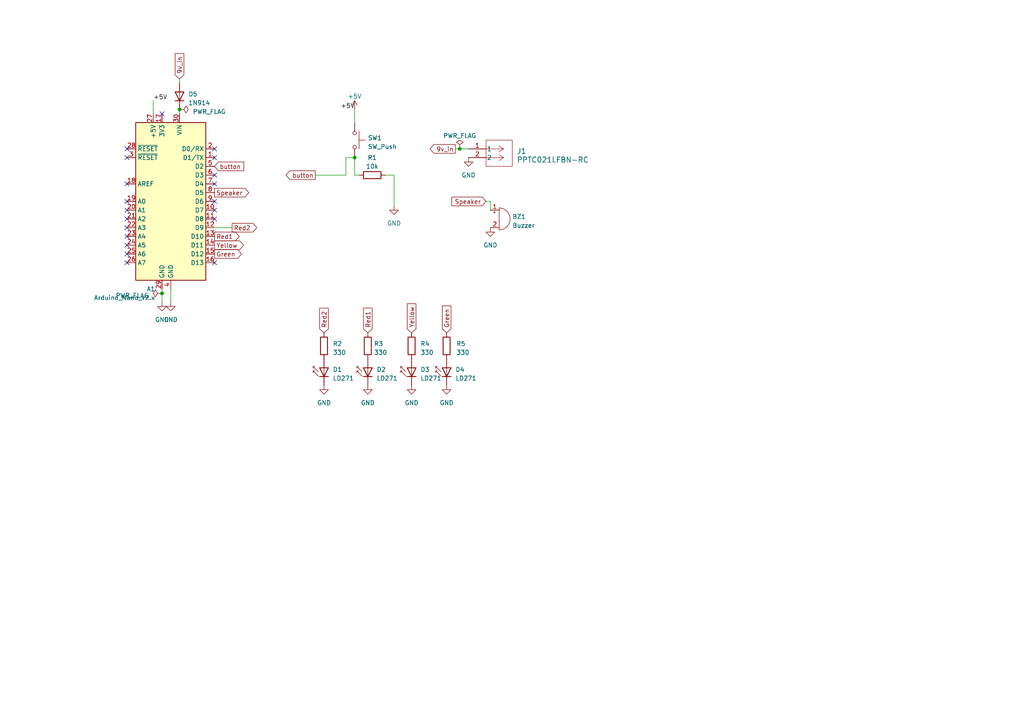
<source format=kicad_sch>
(kicad_sch (version 20230121) (generator eeschema)

  (uuid 6de4dcc6-2c31-4ac3-b0bc-983c10545eac)

  (paper "A4")

  (lib_symbols
    (symbol "Device:Buzzer" (pin_names (offset 0.0254) hide) (in_bom yes) (on_board yes)
      (property "Reference" "BZ" (at 3.81 1.27 0)
        (effects (font (size 1.27 1.27)) (justify left))
      )
      (property "Value" "Buzzer" (at 3.81 -1.27 0)
        (effects (font (size 1.27 1.27)) (justify left))
      )
      (property "Footprint" "" (at -0.635 2.54 90)
        (effects (font (size 1.27 1.27)) hide)
      )
      (property "Datasheet" "~" (at -0.635 2.54 90)
        (effects (font (size 1.27 1.27)) hide)
      )
      (property "ki_keywords" "quartz resonator ceramic" (at 0 0 0)
        (effects (font (size 1.27 1.27)) hide)
      )
      (property "ki_description" "Buzzer, polarized" (at 0 0 0)
        (effects (font (size 1.27 1.27)) hide)
      )
      (property "ki_fp_filters" "*Buzzer*" (at 0 0 0)
        (effects (font (size 1.27 1.27)) hide)
      )
      (symbol "Buzzer_0_1"
        (arc (start 0 -3.175) (mid 3.1612 0) (end 0 3.175)
          (stroke (width 0) (type default))
          (fill (type none))
        )
        (polyline
          (pts
            (xy -1.651 1.905)
            (xy -1.143 1.905)
          )
          (stroke (width 0) (type default))
          (fill (type none))
        )
        (polyline
          (pts
            (xy -1.397 2.159)
            (xy -1.397 1.651)
          )
          (stroke (width 0) (type default))
          (fill (type none))
        )
        (polyline
          (pts
            (xy 0 3.175)
            (xy 0 -3.175)
          )
          (stroke (width 0) (type default))
          (fill (type none))
        )
      )
      (symbol "Buzzer_1_1"
        (pin passive line (at -2.54 2.54 0) (length 2.54)
          (name "-" (effects (font (size 1.27 1.27))))
          (number "1" (effects (font (size 1.27 1.27))))
        )
        (pin passive line (at -2.54 -2.54 0) (length 2.54)
          (name "+" (effects (font (size 1.27 1.27))))
          (number "2" (effects (font (size 1.27 1.27))))
        )
      )
    )
    (symbol "Device:R" (pin_numbers hide) (pin_names (offset 0)) (in_bom yes) (on_board yes)
      (property "Reference" "R" (at 2.032 0 90)
        (effects (font (size 1.27 1.27)))
      )
      (property "Value" "R" (at 0 0 90)
        (effects (font (size 1.27 1.27)))
      )
      (property "Footprint" "" (at -1.778 0 90)
        (effects (font (size 1.27 1.27)) hide)
      )
      (property "Datasheet" "~" (at 0 0 0)
        (effects (font (size 1.27 1.27)) hide)
      )
      (property "ki_keywords" "R res resistor" (at 0 0 0)
        (effects (font (size 1.27 1.27)) hide)
      )
      (property "ki_description" "Resistor" (at 0 0 0)
        (effects (font (size 1.27 1.27)) hide)
      )
      (property "ki_fp_filters" "R_*" (at 0 0 0)
        (effects (font (size 1.27 1.27)) hide)
      )
      (symbol "R_0_1"
        (rectangle (start -1.016 -2.54) (end 1.016 2.54)
          (stroke (width 0.254) (type default))
          (fill (type none))
        )
      )
      (symbol "R_1_1"
        (pin passive line (at 0 3.81 270) (length 1.27)
          (name "~" (effects (font (size 1.27 1.27))))
          (number "1" (effects (font (size 1.27 1.27))))
        )
        (pin passive line (at 0 -3.81 90) (length 1.27)
          (name "~" (effects (font (size 1.27 1.27))))
          (number "2" (effects (font (size 1.27 1.27))))
        )
      )
    )
    (symbol "Diode:1N914" (pin_numbers hide) (pin_names hide) (in_bom yes) (on_board yes)
      (property "Reference" "D" (at 0 2.54 0)
        (effects (font (size 1.27 1.27)))
      )
      (property "Value" "1N914" (at 0 -2.54 0)
        (effects (font (size 1.27 1.27)))
      )
      (property "Footprint" "Diode_THT:D_DO-35_SOD27_P7.62mm_Horizontal" (at 0 -4.445 0)
        (effects (font (size 1.27 1.27)) hide)
      )
      (property "Datasheet" "http://www.vishay.com/docs/85622/1n914.pdf" (at 0 0 0)
        (effects (font (size 1.27 1.27)) hide)
      )
      (property "Sim.Device" "D" (at 0 0 0)
        (effects (font (size 1.27 1.27)) hide)
      )
      (property "Sim.Pins" "1=K 2=A" (at 0 0 0)
        (effects (font (size 1.27 1.27)) hide)
      )
      (property "ki_keywords" "diode" (at 0 0 0)
        (effects (font (size 1.27 1.27)) hide)
      )
      (property "ki_description" "100V 0.3A Small Signal Fast Switching Diode, DO-35" (at 0 0 0)
        (effects (font (size 1.27 1.27)) hide)
      )
      (property "ki_fp_filters" "D*DO?35*" (at 0 0 0)
        (effects (font (size 1.27 1.27)) hide)
      )
      (symbol "1N914_0_1"
        (polyline
          (pts
            (xy -1.27 1.27)
            (xy -1.27 -1.27)
          )
          (stroke (width 0.254) (type default))
          (fill (type none))
        )
        (polyline
          (pts
            (xy 1.27 0)
            (xy -1.27 0)
          )
          (stroke (width 0) (type default))
          (fill (type none))
        )
        (polyline
          (pts
            (xy 1.27 1.27)
            (xy 1.27 -1.27)
            (xy -1.27 0)
            (xy 1.27 1.27)
          )
          (stroke (width 0.254) (type default))
          (fill (type none))
        )
      )
      (symbol "1N914_1_1"
        (pin passive line (at -3.81 0 0) (length 2.54)
          (name "K" (effects (font (size 1.27 1.27))))
          (number "1" (effects (font (size 1.27 1.27))))
        )
        (pin passive line (at 3.81 0 180) (length 2.54)
          (name "A" (effects (font (size 1.27 1.27))))
          (number "2" (effects (font (size 1.27 1.27))))
        )
      )
    )
    (symbol "LED:LD271" (pin_numbers hide) (pin_names (offset 1.016) hide) (in_bom yes) (on_board yes)
      (property "Reference" "D" (at 0.508 1.778 0)
        (effects (font (size 1.27 1.27)) (justify left))
      )
      (property "Value" "LD271" (at -1.016 -2.794 0)
        (effects (font (size 1.27 1.27)))
      )
      (property "Footprint" "LED_THT:LED_D5.0mm_IRGrey" (at 0 4.445 0)
        (effects (font (size 1.27 1.27)) hide)
      )
      (property "Datasheet" "http://www.alliedelec.com/m/d/40788c34903a719969df15f1fbea1056.pdf" (at -1.27 0 0)
        (effects (font (size 1.27 1.27)) hide)
      )
      (property "ki_keywords" "IR LED" (at 0 0 0)
        (effects (font (size 1.27 1.27)) hide)
      )
      (property "ki_description" "940nm IR-LED, 5mm" (at 0 0 0)
        (effects (font (size 1.27 1.27)) hide)
      )
      (property "ki_fp_filters" "LED*5.0mm*IRGrey*" (at 0 0 0)
        (effects (font (size 1.27 1.27)) hide)
      )
      (symbol "LD271_0_1"
        (polyline
          (pts
            (xy -2.54 1.27)
            (xy -2.54 -1.27)
          )
          (stroke (width 0.254) (type default))
          (fill (type none))
        )
        (polyline
          (pts
            (xy 0 0)
            (xy -2.54 0)
          )
          (stroke (width 0) (type default))
          (fill (type none))
        )
        (polyline
          (pts
            (xy 0.381 3.175)
            (xy -0.127 3.175)
          )
          (stroke (width 0) (type default))
          (fill (type none))
        )
        (polyline
          (pts
            (xy -1.143 1.651)
            (xy 0.381 3.175)
            (xy 0.381 2.667)
          )
          (stroke (width 0) (type default))
          (fill (type none))
        )
        (polyline
          (pts
            (xy 0 -1.27)
            (xy -2.54 0)
            (xy 0 1.27)
            (xy 0 -1.27)
          )
          (stroke (width 0.254) (type default))
          (fill (type none))
        )
        (polyline
          (pts
            (xy -2.413 1.651)
            (xy -0.889 3.175)
            (xy -0.889 2.667)
            (xy -0.889 3.175)
            (xy -1.397 3.175)
          )
          (stroke (width 0) (type default))
          (fill (type none))
        )
      )
      (symbol "LD271_1_1"
        (pin passive line (at -5.08 0 0) (length 2.54)
          (name "K" (effects (font (size 1.27 1.27))))
          (number "1" (effects (font (size 1.27 1.27))))
        )
        (pin passive line (at 2.54 0 180) (length 2.54)
          (name "A" (effects (font (size 1.27 1.27))))
          (number "2" (effects (font (size 1.27 1.27))))
        )
      )
    )
    (symbol "MCU_Module:Arduino_Nano_v2.x" (in_bom yes) (on_board yes)
      (property "Reference" "A" (at -10.16 23.495 0)
        (effects (font (size 1.27 1.27)) (justify left bottom))
      )
      (property "Value" "Arduino_Nano_v2.x" (at 5.08 -24.13 0)
        (effects (font (size 1.27 1.27)) (justify left top))
      )
      (property "Footprint" "Module:Arduino_Nano" (at 0 0 0)
        (effects (font (size 1.27 1.27) italic) hide)
      )
      (property "Datasheet" "https://www.arduino.cc/en/uploads/Main/ArduinoNanoManual23.pdf" (at 0 0 0)
        (effects (font (size 1.27 1.27)) hide)
      )
      (property "ki_keywords" "Arduino nano microcontroller module USB" (at 0 0 0)
        (effects (font (size 1.27 1.27)) hide)
      )
      (property "ki_description" "Arduino Nano v2.x" (at 0 0 0)
        (effects (font (size 1.27 1.27)) hide)
      )
      (property "ki_fp_filters" "Arduino*Nano*" (at 0 0 0)
        (effects (font (size 1.27 1.27)) hide)
      )
      (symbol "Arduino_Nano_v2.x_0_1"
        (rectangle (start -10.16 22.86) (end 10.16 -22.86)
          (stroke (width 0.254) (type default))
          (fill (type background))
        )
      )
      (symbol "Arduino_Nano_v2.x_1_1"
        (pin bidirectional line (at -12.7 12.7 0) (length 2.54)
          (name "D1/TX" (effects (font (size 1.27 1.27))))
          (number "1" (effects (font (size 1.27 1.27))))
        )
        (pin bidirectional line (at -12.7 -2.54 0) (length 2.54)
          (name "D7" (effects (font (size 1.27 1.27))))
          (number "10" (effects (font (size 1.27 1.27))))
        )
        (pin bidirectional line (at -12.7 -5.08 0) (length 2.54)
          (name "D8" (effects (font (size 1.27 1.27))))
          (number "11" (effects (font (size 1.27 1.27))))
        )
        (pin bidirectional line (at -12.7 -7.62 0) (length 2.54)
          (name "D9" (effects (font (size 1.27 1.27))))
          (number "12" (effects (font (size 1.27 1.27))))
        )
        (pin bidirectional line (at -12.7 -10.16 0) (length 2.54)
          (name "D10" (effects (font (size 1.27 1.27))))
          (number "13" (effects (font (size 1.27 1.27))))
        )
        (pin bidirectional line (at -12.7 -12.7 0) (length 2.54)
          (name "D11" (effects (font (size 1.27 1.27))))
          (number "14" (effects (font (size 1.27 1.27))))
        )
        (pin bidirectional line (at -12.7 -15.24 0) (length 2.54)
          (name "D12" (effects (font (size 1.27 1.27))))
          (number "15" (effects (font (size 1.27 1.27))))
        )
        (pin bidirectional line (at -12.7 -17.78 0) (length 2.54)
          (name "D13" (effects (font (size 1.27 1.27))))
          (number "16" (effects (font (size 1.27 1.27))))
        )
        (pin power_out line (at 2.54 25.4 270) (length 2.54)
          (name "3V3" (effects (font (size 1.27 1.27))))
          (number "17" (effects (font (size 1.27 1.27))))
        )
        (pin input line (at 12.7 5.08 180) (length 2.54)
          (name "AREF" (effects (font (size 1.27 1.27))))
          (number "18" (effects (font (size 1.27 1.27))))
        )
        (pin bidirectional line (at 12.7 0 180) (length 2.54)
          (name "A0" (effects (font (size 1.27 1.27))))
          (number "19" (effects (font (size 1.27 1.27))))
        )
        (pin bidirectional line (at -12.7 15.24 0) (length 2.54)
          (name "D0/RX" (effects (font (size 1.27 1.27))))
          (number "2" (effects (font (size 1.27 1.27))))
        )
        (pin bidirectional line (at 12.7 -2.54 180) (length 2.54)
          (name "A1" (effects (font (size 1.27 1.27))))
          (number "20" (effects (font (size 1.27 1.27))))
        )
        (pin bidirectional line (at 12.7 -5.08 180) (length 2.54)
          (name "A2" (effects (font (size 1.27 1.27))))
          (number "21" (effects (font (size 1.27 1.27))))
        )
        (pin bidirectional line (at 12.7 -7.62 180) (length 2.54)
          (name "A3" (effects (font (size 1.27 1.27))))
          (number "22" (effects (font (size 1.27 1.27))))
        )
        (pin bidirectional line (at 12.7 -10.16 180) (length 2.54)
          (name "A4" (effects (font (size 1.27 1.27))))
          (number "23" (effects (font (size 1.27 1.27))))
        )
        (pin bidirectional line (at 12.7 -12.7 180) (length 2.54)
          (name "A5" (effects (font (size 1.27 1.27))))
          (number "24" (effects (font (size 1.27 1.27))))
        )
        (pin bidirectional line (at 12.7 -15.24 180) (length 2.54)
          (name "A6" (effects (font (size 1.27 1.27))))
          (number "25" (effects (font (size 1.27 1.27))))
        )
        (pin bidirectional line (at 12.7 -17.78 180) (length 2.54)
          (name "A7" (effects (font (size 1.27 1.27))))
          (number "26" (effects (font (size 1.27 1.27))))
        )
        (pin power_out line (at 5.08 25.4 270) (length 2.54)
          (name "+5V" (effects (font (size 1.27 1.27))))
          (number "27" (effects (font (size 1.27 1.27))))
        )
        (pin input line (at 12.7 15.24 180) (length 2.54)
          (name "~{RESET}" (effects (font (size 1.27 1.27))))
          (number "28" (effects (font (size 1.27 1.27))))
        )
        (pin power_in line (at 2.54 -25.4 90) (length 2.54)
          (name "GND" (effects (font (size 1.27 1.27))))
          (number "29" (effects (font (size 1.27 1.27))))
        )
        (pin input line (at 12.7 12.7 180) (length 2.54)
          (name "~{RESET}" (effects (font (size 1.27 1.27))))
          (number "3" (effects (font (size 1.27 1.27))))
        )
        (pin power_in line (at -2.54 25.4 270) (length 2.54)
          (name "VIN" (effects (font (size 1.27 1.27))))
          (number "30" (effects (font (size 1.27 1.27))))
        )
        (pin power_in line (at 0 -25.4 90) (length 2.54)
          (name "GND" (effects (font (size 1.27 1.27))))
          (number "4" (effects (font (size 1.27 1.27))))
        )
        (pin bidirectional line (at -12.7 10.16 0) (length 2.54)
          (name "D2" (effects (font (size 1.27 1.27))))
          (number "5" (effects (font (size 1.27 1.27))))
        )
        (pin bidirectional line (at -12.7 7.62 0) (length 2.54)
          (name "D3" (effects (font (size 1.27 1.27))))
          (number "6" (effects (font (size 1.27 1.27))))
        )
        (pin bidirectional line (at -12.7 5.08 0) (length 2.54)
          (name "D4" (effects (font (size 1.27 1.27))))
          (number "7" (effects (font (size 1.27 1.27))))
        )
        (pin bidirectional line (at -12.7 2.54 0) (length 2.54)
          (name "D5" (effects (font (size 1.27 1.27))))
          (number "8" (effects (font (size 1.27 1.27))))
        )
        (pin bidirectional line (at -12.7 0 0) (length 2.54)
          (name "D6" (effects (font (size 1.27 1.27))))
          (number "9" (effects (font (size 1.27 1.27))))
        )
      )
    )
    (symbol "Switch:SW_Push" (pin_numbers hide) (pin_names (offset 1.016) hide) (in_bom yes) (on_board yes)
      (property "Reference" "SW" (at 1.27 2.54 0)
        (effects (font (size 1.27 1.27)) (justify left))
      )
      (property "Value" "SW_Push" (at 0 -1.524 0)
        (effects (font (size 1.27 1.27)))
      )
      (property "Footprint" "" (at 0 5.08 0)
        (effects (font (size 1.27 1.27)) hide)
      )
      (property "Datasheet" "~" (at 0 5.08 0)
        (effects (font (size 1.27 1.27)) hide)
      )
      (property "ki_keywords" "switch normally-open pushbutton push-button" (at 0 0 0)
        (effects (font (size 1.27 1.27)) hide)
      )
      (property "ki_description" "Push button switch, generic, two pins" (at 0 0 0)
        (effects (font (size 1.27 1.27)) hide)
      )
      (symbol "SW_Push_0_1"
        (circle (center -2.032 0) (radius 0.508)
          (stroke (width 0) (type default))
          (fill (type none))
        )
        (polyline
          (pts
            (xy 0 1.27)
            (xy 0 3.048)
          )
          (stroke (width 0) (type default))
          (fill (type none))
        )
        (polyline
          (pts
            (xy 2.54 1.27)
            (xy -2.54 1.27)
          )
          (stroke (width 0) (type default))
          (fill (type none))
        )
        (circle (center 2.032 0) (radius 0.508)
          (stroke (width 0) (type default))
          (fill (type none))
        )
        (pin passive line (at -5.08 0 0) (length 2.54)
          (name "1" (effects (font (size 1.27 1.27))))
          (number "1" (effects (font (size 1.27 1.27))))
        )
        (pin passive line (at 5.08 0 180) (length 2.54)
          (name "2" (effects (font (size 1.27 1.27))))
          (number "2" (effects (font (size 1.27 1.27))))
        )
      )
    )
    (symbol "_2 socket vert:PPTC021LFBN-RC" (pin_names (offset 0.254)) (in_bom yes) (on_board yes)
      (property "Reference" "J" (at 8.89 6.35 0)
        (effects (font (size 1.524 1.524)))
      )
      (property "Value" "PPTC021LFBN-RC" (at 0 0 0)
        (effects (font (size 1.524 1.524)))
      )
      (property "Footprint" "CONN2_LFBN-RC_SUL" (at 0 0 0)
        (effects (font (size 1.27 1.27) italic) hide)
      )
      (property "Datasheet" "PPTC021LFBN-RC" (at 0 0 0)
        (effects (font (size 1.27 1.27) italic) hide)
      )
      (property "ki_locked" "" (at 0 0 0)
        (effects (font (size 1.27 1.27)))
      )
      (property "ki_keywords" "PPTC021LFBN-RC" (at 0 0 0)
        (effects (font (size 1.27 1.27)) hide)
      )
      (property "ki_fp_filters" "CONN2_LFBN-RC_SUL" (at 0 0 0)
        (effects (font (size 1.27 1.27)) hide)
      )
      (symbol "PPTC021LFBN-RC_0_1"
        (polyline
          (pts
            (xy 5.08 -5.08)
            (xy 12.7 -5.08)
          )
          (stroke (width 0.127) (type default))
          (fill (type none))
        )
        (polyline
          (pts
            (xy 5.08 2.54)
            (xy 5.08 -5.08)
          )
          (stroke (width 0.127) (type default))
          (fill (type none))
        )
        (polyline
          (pts
            (xy 10.16 -2.54)
            (xy 5.08 -2.54)
          )
          (stroke (width 0.127) (type default))
          (fill (type none))
        )
        (polyline
          (pts
            (xy 10.16 -2.54)
            (xy 8.89 -3.3867)
          )
          (stroke (width 0.127) (type default))
          (fill (type none))
        )
        (polyline
          (pts
            (xy 10.16 -2.54)
            (xy 8.89 -1.6933)
          )
          (stroke (width 0.127) (type default))
          (fill (type none))
        )
        (polyline
          (pts
            (xy 10.16 0)
            (xy 5.08 0)
          )
          (stroke (width 0.127) (type default))
          (fill (type none))
        )
        (polyline
          (pts
            (xy 10.16 0)
            (xy 8.89 -0.8467)
          )
          (stroke (width 0.127) (type default))
          (fill (type none))
        )
        (polyline
          (pts
            (xy 10.16 0)
            (xy 8.89 0.8467)
          )
          (stroke (width 0.127) (type default))
          (fill (type none))
        )
        (polyline
          (pts
            (xy 12.7 -5.08)
            (xy 12.7 2.54)
          )
          (stroke (width 0.127) (type default))
          (fill (type none))
        )
        (polyline
          (pts
            (xy 12.7 2.54)
            (xy 5.08 2.54)
          )
          (stroke (width 0.127) (type default))
          (fill (type none))
        )
        (pin passive line (at 0 0 0) (length 5.08)
          (name "1" (effects (font (size 1.27 1.27))))
          (number "1" (effects (font (size 1.27 1.27))))
        )
        (pin passive line (at 0 -2.54 0) (length 5.08)
          (name "2" (effects (font (size 1.27 1.27))))
          (number "2" (effects (font (size 1.27 1.27))))
        )
      )
    )
    (symbol "power:+5V" (power) (pin_names (offset 0)) (in_bom yes) (on_board yes)
      (property "Reference" "#PWR" (at 0 -3.81 0)
        (effects (font (size 1.27 1.27)) hide)
      )
      (property "Value" "+5V" (at 0 3.556 0)
        (effects (font (size 1.27 1.27)))
      )
      (property "Footprint" "" (at 0 0 0)
        (effects (font (size 1.27 1.27)) hide)
      )
      (property "Datasheet" "" (at 0 0 0)
        (effects (font (size 1.27 1.27)) hide)
      )
      (property "ki_keywords" "global power" (at 0 0 0)
        (effects (font (size 1.27 1.27)) hide)
      )
      (property "ki_description" "Power symbol creates a global label with name \"+5V\"" (at 0 0 0)
        (effects (font (size 1.27 1.27)) hide)
      )
      (symbol "+5V_0_1"
        (polyline
          (pts
            (xy -0.762 1.27)
            (xy 0 2.54)
          )
          (stroke (width 0) (type default))
          (fill (type none))
        )
        (polyline
          (pts
            (xy 0 0)
            (xy 0 2.54)
          )
          (stroke (width 0) (type default))
          (fill (type none))
        )
        (polyline
          (pts
            (xy 0 2.54)
            (xy 0.762 1.27)
          )
          (stroke (width 0) (type default))
          (fill (type none))
        )
      )
      (symbol "+5V_1_1"
        (pin power_in line (at 0 0 90) (length 0) hide
          (name "+5V" (effects (font (size 1.27 1.27))))
          (number "1" (effects (font (size 1.27 1.27))))
        )
      )
    )
    (symbol "power:GND" (power) (pin_names (offset 0)) (in_bom yes) (on_board yes)
      (property "Reference" "#PWR" (at 0 -6.35 0)
        (effects (font (size 1.27 1.27)) hide)
      )
      (property "Value" "GND" (at 0 -3.81 0)
        (effects (font (size 1.27 1.27)))
      )
      (property "Footprint" "" (at 0 0 0)
        (effects (font (size 1.27 1.27)) hide)
      )
      (property "Datasheet" "" (at 0 0 0)
        (effects (font (size 1.27 1.27)) hide)
      )
      (property "ki_keywords" "global power" (at 0 0 0)
        (effects (font (size 1.27 1.27)) hide)
      )
      (property "ki_description" "Power symbol creates a global label with name \"GND\" , ground" (at 0 0 0)
        (effects (font (size 1.27 1.27)) hide)
      )
      (symbol "GND_0_1"
        (polyline
          (pts
            (xy 0 0)
            (xy 0 -1.27)
            (xy 1.27 -1.27)
            (xy 0 -2.54)
            (xy -1.27 -1.27)
            (xy 0 -1.27)
          )
          (stroke (width 0) (type default))
          (fill (type none))
        )
      )
      (symbol "GND_1_1"
        (pin power_in line (at 0 0 270) (length 0) hide
          (name "GND" (effects (font (size 1.27 1.27))))
          (number "1" (effects (font (size 1.27 1.27))))
        )
      )
    )
    (symbol "power:PWR_FLAG" (power) (pin_numbers hide) (pin_names (offset 0) hide) (in_bom yes) (on_board yes)
      (property "Reference" "#FLG" (at 0 1.905 0)
        (effects (font (size 1.27 1.27)) hide)
      )
      (property "Value" "PWR_FLAG" (at 0 3.81 0)
        (effects (font (size 1.27 1.27)))
      )
      (property "Footprint" "" (at 0 0 0)
        (effects (font (size 1.27 1.27)) hide)
      )
      (property "Datasheet" "~" (at 0 0 0)
        (effects (font (size 1.27 1.27)) hide)
      )
      (property "ki_keywords" "flag power" (at 0 0 0)
        (effects (font (size 1.27 1.27)) hide)
      )
      (property "ki_description" "Special symbol for telling ERC where power comes from" (at 0 0 0)
        (effects (font (size 1.27 1.27)) hide)
      )
      (symbol "PWR_FLAG_0_0"
        (pin power_out line (at 0 0 90) (length 0)
          (name "pwr" (effects (font (size 1.27 1.27))))
          (number "1" (effects (font (size 1.27 1.27))))
        )
      )
      (symbol "PWR_FLAG_0_1"
        (polyline
          (pts
            (xy 0 0)
            (xy 0 1.27)
            (xy -1.016 1.905)
            (xy 0 2.54)
            (xy 1.016 1.905)
            (xy 0 1.27)
          )
          (stroke (width 0) (type default))
          (fill (type none))
        )
      )
    )
  )

  (junction (at 133.35 43.18) (diameter 0) (color 0 0 0 0)
    (uuid 1d019307-ec7b-4fbb-aa88-bb7312aa4b5b)
  )
  (junction (at 52.07 31.75) (diameter 0) (color 0 0 0 0)
    (uuid 2dd59312-b780-41f3-8213-fe7f5a2ad241)
  )
  (junction (at 102.87 45.72) (diameter 0) (color 0 0 0 0)
    (uuid 620e7da9-f922-426e-8037-cc0df3f87f08)
  )
  (junction (at 46.99 85.09) (diameter 0) (color 0 0 0 0)
    (uuid 856bcea8-981f-4927-81cf-286a30100e42)
  )

  (no_connect (at 36.83 60.96) (uuid 10e3614a-85b2-47e1-b1f9-d59175422abc))
  (no_connect (at 62.23 63.5) (uuid 2627f94a-4b5b-46b0-a483-b91cd969c0b1))
  (no_connect (at 36.83 73.66) (uuid 33e00ecd-3140-4d50-a02d-bf6a86501033))
  (no_connect (at 46.99 33.02) (uuid 565bfc1a-9e7d-44fc-9a96-9e41f3b067f1))
  (no_connect (at 62.23 43.18) (uuid 5d4a43ca-8c25-48ca-9886-1232da2ed97b))
  (no_connect (at 36.83 58.42) (uuid 69ec9367-aaf5-4656-8682-64a266ac57f4))
  (no_connect (at 36.83 45.72) (uuid 77284046-9fe8-4ed1-9adb-d5226b406360))
  (no_connect (at 62.23 58.42) (uuid 82d2fe57-3a1b-41af-8103-e7ebdc1b59b4))
  (no_connect (at 36.83 68.58) (uuid 8ce832a4-100d-48df-9a04-a48d3291241e))
  (no_connect (at 62.23 60.96) (uuid 9236f684-f119-48bb-834a-435c173a7f1a))
  (no_connect (at 62.23 50.8) (uuid a988d33a-8309-415b-a9ca-d198e16af2ae))
  (no_connect (at 36.83 71.12) (uuid bcb41f0e-0d88-4727-a4dc-86a4122f69a6))
  (no_connect (at 36.83 43.18) (uuid bf812611-88bc-4211-8690-925116f9d245))
  (no_connect (at 36.83 66.04) (uuid c2135baa-5260-431e-8654-6a47f11c3e29))
  (no_connect (at 62.23 45.72) (uuid c714b15b-c8c2-4313-aac6-a6e91cd4b395))
  (no_connect (at 36.83 53.34) (uuid c8b1afd8-e972-4470-9127-0a94b4e63f6e))
  (no_connect (at 62.23 53.34) (uuid e1d156ff-c8c5-474b-a19e-8df2e803500a))
  (no_connect (at 36.83 76.2) (uuid f4ed2326-43fe-49c5-8518-ddc13c49f222))
  (no_connect (at 62.23 76.2) (uuid fb19fd46-4107-4b23-a2cc-3b46fde1408d))
  (no_connect (at 36.83 63.5) (uuid fdbf62c0-ec81-4af0-9ffd-1a2570b272ec))

  (wire (pts (xy 44.45 29.21) (xy 44.45 33.02))
    (stroke (width 0) (type default))
    (uuid 030d057b-6b92-4d0c-9938-4d097b608d3e)
  )
  (wire (pts (xy 100.33 45.72) (xy 102.87 45.72))
    (stroke (width 0) (type default))
    (uuid 04c01a85-d06b-47b6-89f5-05cfd8b24e68)
  )
  (wire (pts (xy 46.99 87.63) (xy 46.99 85.09))
    (stroke (width 0) (type default))
    (uuid 1005d502-7092-4f30-a2c6-9365ef6dae4c)
  )
  (wire (pts (xy 114.3 50.8) (xy 114.3 59.69))
    (stroke (width 0) (type default))
    (uuid 1b3d4217-a3c8-4446-981d-119a97ecafad)
  )
  (wire (pts (xy 102.87 31.75) (xy 102.87 35.56))
    (stroke (width 0) (type default))
    (uuid 3ac62a0b-9957-4abe-b93b-86d8f14356e0)
  )
  (wire (pts (xy 91.44 50.8) (xy 100.33 50.8))
    (stroke (width 0) (type default))
    (uuid 59d1005b-3d8b-44b7-bb22-771720425b6b)
  )
  (wire (pts (xy 102.87 45.72) (xy 102.87 50.8))
    (stroke (width 0) (type default))
    (uuid 67c925c8-ee55-4c35-b1dd-23bd680d24c3)
  )
  (wire (pts (xy 132.08 43.18) (xy 133.35 43.18))
    (stroke (width 0) (type default))
    (uuid 6aa89f5c-357d-4dc1-aaeb-130f1c514465)
  )
  (wire (pts (xy 142.24 58.42) (xy 140.97 58.42))
    (stroke (width 0) (type default))
    (uuid 7c1ba31e-a523-4c61-8b31-414ff3f9a04e)
  )
  (wire (pts (xy 46.99 85.09) (xy 46.99 83.82))
    (stroke (width 0) (type default))
    (uuid 90019c53-1fba-4103-ad63-7da06fab1ccd)
  )
  (wire (pts (xy 111.76 50.8) (xy 114.3 50.8))
    (stroke (width 0) (type default))
    (uuid 950a86c7-e1d5-4208-aa87-70e4a2867cf7)
  )
  (wire (pts (xy 49.53 87.63) (xy 49.53 83.82))
    (stroke (width 0) (type default))
    (uuid a3f12fb7-c566-4cb0-a848-ecbce1a6567c)
  )
  (wire (pts (xy 52.07 22.86) (xy 52.07 24.13))
    (stroke (width 0) (type default))
    (uuid a7483c87-b143-46e6-b0aa-4de695e3ad57)
  )
  (wire (pts (xy 67.31 66.04) (xy 62.23 66.04))
    (stroke (width 0) (type default))
    (uuid a8ec3372-b13f-4678-b75b-36b1548f280a)
  )
  (wire (pts (xy 133.35 43.18) (xy 135.89 43.18))
    (stroke (width 0) (type default))
    (uuid acf1a66f-a605-4f0d-ac06-b248165c34d0)
  )
  (wire (pts (xy 52.07 31.75) (xy 52.07 33.02))
    (stroke (width 0) (type default))
    (uuid b96426b1-d98e-46cc-8412-20c98e1a09b4)
  )
  (wire (pts (xy 100.33 50.8) (xy 100.33 45.72))
    (stroke (width 0) (type default))
    (uuid c7c6e302-9f4e-4631-bac3-7ce1dcb8934e)
  )
  (wire (pts (xy 102.87 50.8) (xy 104.14 50.8))
    (stroke (width 0) (type default))
    (uuid d1c006e7-64f9-4a41-bf3c-159c1374e0ed)
  )
  (wire (pts (xy 142.24 58.42) (xy 142.24 60.96))
    (stroke (width 0) (type default))
    (uuid f68d0d1a-dd5b-494d-a357-bf459976e8df)
  )

  (label "+5V" (at 44.45 29.21 0) (fields_autoplaced)
    (effects (font (size 1.27 1.27)) (justify left bottom))
    (uuid 70f13a75-409a-4dbe-b799-3dfb9fb8b471)
  )
  (label "+5V" (at 102.87 31.75 180) (fields_autoplaced)
    (effects (font (size 1.27 1.27)) (justify right bottom))
    (uuid add13335-4844-4bfa-a05c-633cfa6c2249)
  )

  (global_label "Speaker" (shape output) (at 62.23 55.88 0) (fields_autoplaced)
    (effects (font (size 1.27 1.27)) (justify left))
    (uuid 05c3fa9a-1b5a-46c5-add9-a32e5382a721)
    (property "Intersheetrefs" "${INTERSHEET_REFS}" (at 72.6348 55.88 0)
      (effects (font (size 1.27 1.27)) (justify left) hide)
    )
  )
  (global_label "button" (shape output) (at 91.44 50.8 180) (fields_autoplaced)
    (effects (font (size 1.27 1.27)) (justify right))
    (uuid 090f3ceb-13c0-4a7a-a356-9ca3d7b3a8c1)
    (property "Intersheetrefs" "${INTERSHEET_REFS}" (at 82.4868 50.8 0)
      (effects (font (size 1.27 1.27)) (justify right) hide)
    )
  )
  (global_label "Yellow" (shape input) (at 119.38 96.52 90) (fields_autoplaced)
    (effects (font (size 1.27 1.27)) (justify left))
    (uuid 1a64a250-64de-4a91-9295-12bf1ed8fdd6)
    (property "Intersheetrefs" "${INTERSHEET_REFS}" (at 119.38 87.6271 90)
      (effects (font (size 1.27 1.27)) (justify left) hide)
    )
  )
  (global_label "Speaker" (shape input) (at 140.97 58.42 180) (fields_autoplaced)
    (effects (font (size 1.27 1.27)) (justify right))
    (uuid 1b727593-2a23-4da7-a42d-67b8326397e1)
    (property "Intersheetrefs" "${INTERSHEET_REFS}" (at 130.5652 58.42 0)
      (effects (font (size 1.27 1.27)) (justify right) hide)
    )
  )
  (global_label "Red2" (shape input) (at 93.98 96.52 90) (fields_autoplaced)
    (effects (font (size 1.27 1.27)) (justify left))
    (uuid 2edf4a1a-b01a-490d-98d0-468a870e6e02)
    (property "Intersheetrefs" "${INTERSHEET_REFS}" (at 93.98 88.8971 90)
      (effects (font (size 1.27 1.27)) (justify left) hide)
    )
  )
  (global_label "Green" (shape input) (at 129.54 96.52 90) (fields_autoplaced)
    (effects (font (size 1.27 1.27)) (justify left))
    (uuid 438ebb5a-5bcb-4704-92e7-9c60133ba93d)
    (property "Intersheetrefs" "${INTERSHEET_REFS}" (at 129.54 88.2318 90)
      (effects (font (size 1.27 1.27)) (justify left) hide)
    )
  )
  (global_label "Yellow" (shape output) (at 62.23 71.12 0) (fields_autoplaced)
    (effects (font (size 1.27 1.27)) (justify left))
    (uuid 745d06c5-6794-43f0-b564-4454a4c7a23b)
    (property "Intersheetrefs" "${INTERSHEET_REFS}" (at 71.1229 71.12 0)
      (effects (font (size 1.27 1.27)) (justify left) hide)
    )
  )
  (global_label "Red1" (shape output) (at 62.23 68.58 0) (fields_autoplaced)
    (effects (font (size 1.27 1.27)) (justify left))
    (uuid 817db4ee-4599-4d34-889b-9ec02d660bd1)
    (property "Intersheetrefs" "${INTERSHEET_REFS}" (at 69.8529 68.58 0)
      (effects (font (size 1.27 1.27)) (justify left) hide)
    )
  )
  (global_label "Red2" (shape output) (at 67.31 66.04 0) (fields_autoplaced)
    (effects (font (size 1.27 1.27)) (justify left))
    (uuid 972c174b-b56d-4c98-91f0-afbd4b0cf1bf)
    (property "Intersheetrefs" "${INTERSHEET_REFS}" (at 74.9329 66.04 0)
      (effects (font (size 1.27 1.27)) (justify left) hide)
    )
  )
  (global_label "button" (shape input) (at 62.23 48.26 0) (fields_autoplaced)
    (effects (font (size 1.27 1.27)) (justify left))
    (uuid c3a50080-6f30-4256-87d4-b6d9544a75ac)
    (property "Intersheetrefs" "${INTERSHEET_REFS}" (at 71.1832 48.26 0)
      (effects (font (size 1.27 1.27)) (justify left) hide)
    )
  )
  (global_label "9v_in" (shape input) (at 52.07 22.86 90) (fields_autoplaced)
    (effects (font (size 1.27 1.27)) (justify left))
    (uuid cb9e4332-ac3e-41e3-aa64-6789f883bb6e)
    (property "Intersheetrefs" "${INTERSHEET_REFS}" (at 52.07 15.0557 90)
      (effects (font (size 1.27 1.27)) (justify left) hide)
    )
  )
  (global_label "9v_in" (shape output) (at 132.08 43.18 180) (fields_autoplaced)
    (effects (font (size 1.27 1.27)) (justify right))
    (uuid cc65f5a3-3a06-4419-b2fc-8350609e9edd)
    (property "Intersheetrefs" "${INTERSHEET_REFS}" (at 124.2757 43.18 0)
      (effects (font (size 1.27 1.27)) (justify right) hide)
    )
  )
  (global_label "Green" (shape output) (at 62.23 73.66 0) (fields_autoplaced)
    (effects (font (size 1.27 1.27)) (justify left))
    (uuid e9abd7bd-9fc5-4bf1-971a-d8baa325e873)
    (property "Intersheetrefs" "${INTERSHEET_REFS}" (at 70.5182 73.66 0)
      (effects (font (size 1.27 1.27)) (justify left) hide)
    )
  )
  (global_label "Red1" (shape input) (at 106.68 96.52 90) (fields_autoplaced)
    (effects (font (size 1.27 1.27)) (justify left))
    (uuid fd1853fd-f105-4e36-b593-aee6b548aff1)
    (property "Intersheetrefs" "${INTERSHEET_REFS}" (at 106.68 88.8971 90)
      (effects (font (size 1.27 1.27)) (justify left) hide)
    )
  )

  (symbol (lib_id "power:PWR_FLAG") (at 52.07 31.75 270) (unit 1)
    (in_bom yes) (on_board yes) (dnp no) (fields_autoplaced)
    (uuid 0b37354f-19b4-4560-8489-4eef69978712)
    (property "Reference" "#FLG02" (at 53.975 31.75 0)
      (effects (font (size 1.27 1.27)) hide)
    )
    (property "Value" "PWR_FLAG" (at 55.88 32.385 90)
      (effects (font (size 1.27 1.27)) (justify left))
    )
    (property "Footprint" "" (at 52.07 31.75 0)
      (effects (font (size 1.27 1.27)) hide)
    )
    (property "Datasheet" "~" (at 52.07 31.75 0)
      (effects (font (size 1.27 1.27)) hide)
    )
    (pin "1" (uuid ff9abdac-e330-4804-a645-b69438724480))
    (instances
      (project "puzzle_room"
        (path "/6de4dcc6-2c31-4ac3-b0bc-983c10545eac"
          (reference "#FLG02") (unit 1)
        )
      )
    )
  )

  (symbol (lib_id "power:PWR_FLAG") (at 133.35 43.18 0) (unit 1)
    (in_bom yes) (on_board yes) (dnp no) (fields_autoplaced)
    (uuid 119176c2-161b-4c90-ad42-590de9ff53ee)
    (property "Reference" "#FLG01" (at 133.35 41.275 0)
      (effects (font (size 1.27 1.27)) hide)
    )
    (property "Value" "PWR_FLAG" (at 133.35 39.37 0)
      (effects (font (size 1.27 1.27)))
    )
    (property "Footprint" "" (at 133.35 43.18 0)
      (effects (font (size 1.27 1.27)) hide)
    )
    (property "Datasheet" "~" (at 133.35 43.18 0)
      (effects (font (size 1.27 1.27)) hide)
    )
    (pin "1" (uuid 49d2ff50-8906-4c13-aab4-7fe26652afb2))
    (instances
      (project "puzzle_room"
        (path "/6de4dcc6-2c31-4ac3-b0bc-983c10545eac"
          (reference "#FLG01") (unit 1)
        )
      )
    )
  )

  (symbol (lib_id "power:GND") (at 114.3 59.69 0) (unit 1)
    (in_bom yes) (on_board yes) (dnp no) (fields_autoplaced)
    (uuid 25d1b5dc-1512-4a4d-81c0-81aa07db1fcb)
    (property "Reference" "#PWR02" (at 114.3 66.04 0)
      (effects (font (size 1.27 1.27)) hide)
    )
    (property "Value" "GND" (at 114.3 64.77 0)
      (effects (font (size 1.27 1.27)))
    )
    (property "Footprint" "" (at 114.3 59.69 0)
      (effects (font (size 1.27 1.27)) hide)
    )
    (property "Datasheet" "" (at 114.3 59.69 0)
      (effects (font (size 1.27 1.27)) hide)
    )
    (pin "1" (uuid c100f21e-f40a-4c44-8124-f00f952d8425))
    (instances
      (project "puzzle_room"
        (path "/6de4dcc6-2c31-4ac3-b0bc-983c10545eac"
          (reference "#PWR02") (unit 1)
        )
      )
    )
  )

  (symbol (lib_id "Device:R") (at 107.95 50.8 90) (unit 1)
    (in_bom yes) (on_board yes) (dnp no) (fields_autoplaced)
    (uuid 2879de62-7dc5-43ac-a276-4d80bf0d2810)
    (property "Reference" "R1" (at 107.95 45.72 90)
      (effects (font (size 1.27 1.27)))
    )
    (property "Value" "10k" (at 107.95 48.26 90)
      (effects (font (size 1.27 1.27)))
    )
    (property "Footprint" "Resistor_THT:R_Axial_DIN0207_L6.3mm_D2.5mm_P10.16mm_Horizontal" (at 107.95 52.578 90)
      (effects (font (size 1.27 1.27)) hide)
    )
    (property "Datasheet" "~" (at 107.95 50.8 0)
      (effects (font (size 1.27 1.27)) hide)
    )
    (pin "1" (uuid b68c9624-2b49-448f-be48-6c7cbe570b24))
    (pin "2" (uuid 5abdd8e6-0d08-40ac-8937-008a732d760b))
    (instances
      (project "puzzle_room"
        (path "/6de4dcc6-2c31-4ac3-b0bc-983c10545eac"
          (reference "R1") (unit 1)
        )
      )
    )
  )

  (symbol (lib_id "Device:R") (at 119.38 100.33 0) (unit 1)
    (in_bom yes) (on_board yes) (dnp no) (fields_autoplaced)
    (uuid 28fac496-f6ae-4b5a-9375-af3abf6c5248)
    (property "Reference" "R4" (at 121.92 99.695 0)
      (effects (font (size 1.27 1.27)) (justify left))
    )
    (property "Value" "330" (at 121.92 102.235 0)
      (effects (font (size 1.27 1.27)) (justify left))
    )
    (property "Footprint" "Resistor_THT:R_Axial_DIN0207_L6.3mm_D2.5mm_P10.16mm_Horizontal" (at 117.602 100.33 90)
      (effects (font (size 1.27 1.27)) hide)
    )
    (property "Datasheet" "~" (at 119.38 100.33 0)
      (effects (font (size 1.27 1.27)) hide)
    )
    (pin "1" (uuid 07565c56-e830-46a3-adb6-c403f5036461))
    (pin "2" (uuid 31fd5a7f-f4b7-4107-beac-a1ff7da64cc2))
    (instances
      (project "puzzle_room"
        (path "/6de4dcc6-2c31-4ac3-b0bc-983c10545eac"
          (reference "R4") (unit 1)
        )
      )
    )
  )

  (symbol (lib_id "power:GND") (at 106.68 111.76 0) (unit 1)
    (in_bom yes) (on_board yes) (dnp no) (fields_autoplaced)
    (uuid 391008db-aae5-4a96-9fc1-cf27c6744dfb)
    (property "Reference" "#PWR05" (at 106.68 118.11 0)
      (effects (font (size 1.27 1.27)) hide)
    )
    (property "Value" "GND" (at 106.68 116.84 0)
      (effects (font (size 1.27 1.27)))
    )
    (property "Footprint" "" (at 106.68 111.76 0)
      (effects (font (size 1.27 1.27)) hide)
    )
    (property "Datasheet" "" (at 106.68 111.76 0)
      (effects (font (size 1.27 1.27)) hide)
    )
    (pin "1" (uuid 55cbc075-e3e0-469a-a7f2-940bc59538a2))
    (instances
      (project "puzzle_room"
        (path "/6de4dcc6-2c31-4ac3-b0bc-983c10545eac"
          (reference "#PWR05") (unit 1)
        )
      )
    )
  )

  (symbol (lib_id "Device:Buzzer") (at 144.78 63.5 0) (unit 1)
    (in_bom yes) (on_board yes) (dnp no) (fields_autoplaced)
    (uuid 3b4c4768-81c6-427f-a8e1-cc1dc38baa87)
    (property "Reference" "BZ1" (at 148.59 62.865 0)
      (effects (font (size 1.27 1.27)) (justify left))
    )
    (property "Value" "Buzzer" (at 148.59 65.405 0)
      (effects (font (size 1.27 1.27)) (justify left))
    )
    (property "Footprint" "Buzzer_Beeper:Buzzer_12x9.5RM7.6" (at 144.145 60.96 90)
      (effects (font (size 1.27 1.27)) hide)
    )
    (property "Datasheet" "~" (at 144.145 60.96 90)
      (effects (font (size 1.27 1.27)) hide)
    )
    (pin "1" (uuid 19b49634-99fe-455a-9f00-ce6cbecdfbbe))
    (pin "2" (uuid b2e8828f-34da-41c3-ad5f-fa6d55621f29))
    (instances
      (project "puzzle_room"
        (path "/6de4dcc6-2c31-4ac3-b0bc-983c10545eac"
          (reference "BZ1") (unit 1)
        )
      )
    )
  )

  (symbol (lib_id "LED:LD271") (at 129.54 106.68 90) (unit 1)
    (in_bom yes) (on_board yes) (dnp no) (fields_autoplaced)
    (uuid 478aa326-0c78-4ac2-8a73-34a1328ddd13)
    (property "Reference" "D4" (at 132.08 107.188 90)
      (effects (font (size 1.27 1.27)) (justify right))
    )
    (property "Value" "LD271" (at 132.08 109.728 90)
      (effects (font (size 1.27 1.27)) (justify right))
    )
    (property "Footprint" "LED_THT:LED_D5.0mm_IRGrey" (at 125.095 106.68 0)
      (effects (font (size 1.27 1.27)) hide)
    )
    (property "Datasheet" "http://www.alliedelec.com/m/d/40788c34903a719969df15f1fbea1056.pdf" (at 129.54 107.95 0)
      (effects (font (size 1.27 1.27)) hide)
    )
    (pin "1" (uuid 8a50df99-ed61-4ffa-940a-00dfa24c63c5))
    (pin "2" (uuid 1e3b77e4-8278-4445-aad4-e79fef0a5f2d))
    (instances
      (project "puzzle_room"
        (path "/6de4dcc6-2c31-4ac3-b0bc-983c10545eac"
          (reference "D4") (unit 1)
        )
      )
    )
  )

  (symbol (lib_id "power:GND") (at 49.53 87.63 0) (unit 1)
    (in_bom yes) (on_board yes) (dnp no) (fields_autoplaced)
    (uuid 4f43f190-bc8c-4c63-b56d-a9e069faedc5)
    (property "Reference" "#PWR01" (at 49.53 93.98 0)
      (effects (font (size 1.27 1.27)) hide)
    )
    (property "Value" "GND" (at 49.53 92.71 0)
      (effects (font (size 1.27 1.27)))
    )
    (property "Footprint" "" (at 49.53 87.63 0)
      (effects (font (size 1.27 1.27)) hide)
    )
    (property "Datasheet" "" (at 49.53 87.63 0)
      (effects (font (size 1.27 1.27)) hide)
    )
    (pin "1" (uuid 0dbecd1f-a93d-4665-b4a1-a5fa14de5e22))
    (instances
      (project "puzzle_room"
        (path "/6de4dcc6-2c31-4ac3-b0bc-983c10545eac"
          (reference "#PWR01") (unit 1)
        )
      )
    )
  )

  (symbol (lib_id "power:GND") (at 135.89 45.72 0) (unit 1)
    (in_bom yes) (on_board yes) (dnp no) (fields_autoplaced)
    (uuid 4f45ff67-1597-4ccc-8526-feb4a8fff192)
    (property "Reference" "#PWR010" (at 135.89 52.07 0)
      (effects (font (size 1.27 1.27)) hide)
    )
    (property "Value" "GND" (at 135.89 50.8 0)
      (effects (font (size 1.27 1.27)))
    )
    (property "Footprint" "" (at 135.89 45.72 0)
      (effects (font (size 1.27 1.27)) hide)
    )
    (property "Datasheet" "" (at 135.89 45.72 0)
      (effects (font (size 1.27 1.27)) hide)
    )
    (pin "1" (uuid dcaf31c6-285e-490a-9df6-47d68a3daa09))
    (instances
      (project "puzzle_room"
        (path "/6de4dcc6-2c31-4ac3-b0bc-983c10545eac"
          (reference "#PWR010") (unit 1)
        )
      )
    )
  )

  (symbol (lib_id "Device:R") (at 106.68 100.33 0) (unit 1)
    (in_bom yes) (on_board yes) (dnp no) (fields_autoplaced)
    (uuid 4fe3f23d-32e9-4379-aa3e-69d8c315ae42)
    (property "Reference" "R3" (at 108.458 99.695 0)
      (effects (font (size 1.27 1.27)) (justify left))
    )
    (property "Value" "330" (at 108.458 102.235 0)
      (effects (font (size 1.27 1.27)) (justify left))
    )
    (property "Footprint" "Resistor_THT:R_Axial_DIN0207_L6.3mm_D2.5mm_P10.16mm_Horizontal" (at 104.902 100.33 90)
      (effects (font (size 1.27 1.27)) hide)
    )
    (property "Datasheet" "~" (at 106.68 100.33 0)
      (effects (font (size 1.27 1.27)) hide)
    )
    (pin "1" (uuid f08cb692-6808-4c6a-b687-981c72348179))
    (pin "2" (uuid 72c79a74-a4d4-46fc-aad1-e6c3b1c01803))
    (instances
      (project "puzzle_room"
        (path "/6de4dcc6-2c31-4ac3-b0bc-983c10545eac"
          (reference "R3") (unit 1)
        )
      )
    )
  )

  (symbol (lib_id "power:GND") (at 46.99 87.63 0) (unit 1)
    (in_bom yes) (on_board yes) (dnp no) (fields_autoplaced)
    (uuid 5625b955-16f5-4c22-9ea3-d1d732014892)
    (property "Reference" "#PWR09" (at 46.99 93.98 0)
      (effects (font (size 1.27 1.27)) hide)
    )
    (property "Value" "GND" (at 46.99 92.71 0)
      (effects (font (size 1.27 1.27)))
    )
    (property "Footprint" "" (at 46.99 87.63 0)
      (effects (font (size 1.27 1.27)) hide)
    )
    (property "Datasheet" "" (at 46.99 87.63 0)
      (effects (font (size 1.27 1.27)) hide)
    )
    (pin "1" (uuid 543ece1e-8def-44a9-81bd-2c7288c0f9af))
    (instances
      (project "puzzle_room"
        (path "/6de4dcc6-2c31-4ac3-b0bc-983c10545eac"
          (reference "#PWR09") (unit 1)
        )
      )
    )
  )

  (symbol (lib_id "Diode:1N914") (at 52.07 27.94 90) (unit 1)
    (in_bom yes) (on_board yes) (dnp no) (fields_autoplaced)
    (uuid 7bd39662-13b4-4265-938a-33891f2b3128)
    (property "Reference" "D5" (at 54.61 27.305 90)
      (effects (font (size 1.27 1.27)) (justify right))
    )
    (property "Value" "1N914" (at 54.61 29.845 90)
      (effects (font (size 1.27 1.27)) (justify right))
    )
    (property "Footprint" "Diode_THT:D_DO-35_SOD27_P7.62mm_Horizontal" (at 56.515 27.94 0)
      (effects (font (size 1.27 1.27)) hide)
    )
    (property "Datasheet" "http://www.vishay.com/docs/85622/1n914.pdf" (at 52.07 27.94 0)
      (effects (font (size 1.27 1.27)) hide)
    )
    (property "Sim.Device" "D" (at 52.07 27.94 0)
      (effects (font (size 1.27 1.27)) hide)
    )
    (property "Sim.Pins" "1=K 2=A" (at 52.07 27.94 0)
      (effects (font (size 1.27 1.27)) hide)
    )
    (pin "1" (uuid f832cb9c-560e-484a-ab5a-a4cf68ff2849))
    (pin "2" (uuid 4eb90316-a322-47c4-be71-688ee5292f82))
    (instances
      (project "puzzle_room"
        (path "/6de4dcc6-2c31-4ac3-b0bc-983c10545eac"
          (reference "D5") (unit 1)
        )
      )
    )
  )

  (symbol (lib_id "Device:R") (at 93.98 100.33 0) (unit 1)
    (in_bom yes) (on_board yes) (dnp no) (fields_autoplaced)
    (uuid 7d5e2bb3-8bde-426d-9370-be6e810ec6da)
    (property "Reference" "R2" (at 96.52 99.695 0)
      (effects (font (size 1.27 1.27)) (justify left))
    )
    (property "Value" "330" (at 96.52 102.235 0)
      (effects (font (size 1.27 1.27)) (justify left))
    )
    (property "Footprint" "Resistor_THT:R_Axial_DIN0207_L6.3mm_D2.5mm_P10.16mm_Horizontal" (at 92.202 100.33 90)
      (effects (font (size 1.27 1.27)) hide)
    )
    (property "Datasheet" "~" (at 93.98 100.33 0)
      (effects (font (size 1.27 1.27)) hide)
    )
    (pin "1" (uuid ea518d13-e7cd-479e-850e-51640afcf8ca))
    (pin "2" (uuid 969cc899-907c-41c7-81d9-de9c8a257921))
    (instances
      (project "puzzle_room"
        (path "/6de4dcc6-2c31-4ac3-b0bc-983c10545eac"
          (reference "R2") (unit 1)
        )
      )
    )
  )

  (symbol (lib_id "power:+5V") (at 102.87 31.75 0) (unit 1)
    (in_bom yes) (on_board yes) (dnp no) (fields_autoplaced)
    (uuid 7f0f8bc2-371d-429c-87a1-ea75736823cf)
    (property "Reference" "#PWR03" (at 102.87 35.56 0)
      (effects (font (size 1.27 1.27)) hide)
    )
    (property "Value" "+5V" (at 102.87 27.94 0)
      (effects (font (size 1.27 1.27)))
    )
    (property "Footprint" "" (at 102.87 31.75 0)
      (effects (font (size 1.27 1.27)) hide)
    )
    (property "Datasheet" "" (at 102.87 31.75 0)
      (effects (font (size 1.27 1.27)) hide)
    )
    (pin "1" (uuid 810df831-20ec-45c1-a622-701ab5601d39))
    (instances
      (project "puzzle_room"
        (path "/6de4dcc6-2c31-4ac3-b0bc-983c10545eac"
          (reference "#PWR03") (unit 1)
        )
      )
    )
  )

  (symbol (lib_id "LED:LD271") (at 106.68 106.68 90) (unit 1)
    (in_bom yes) (on_board yes) (dnp no) (fields_autoplaced)
    (uuid 97e71d9b-2a33-481c-9600-9f9381541c71)
    (property "Reference" "D2" (at 109.22 107.188 90)
      (effects (font (size 1.27 1.27)) (justify right))
    )
    (property "Value" "LD271" (at 109.22 109.728 90)
      (effects (font (size 1.27 1.27)) (justify right))
    )
    (property "Footprint" "LED_THT:LED_D5.0mm_IRGrey" (at 102.235 106.68 0)
      (effects (font (size 1.27 1.27)) hide)
    )
    (property "Datasheet" "http://www.alliedelec.com/m/d/40788c34903a719969df15f1fbea1056.pdf" (at 106.68 107.95 0)
      (effects (font (size 1.27 1.27)) hide)
    )
    (pin "1" (uuid 1ead851f-4939-4e9a-8275-51feea88b2ed))
    (pin "2" (uuid fb4862a3-d90f-4445-8c15-ebddf6b11601))
    (instances
      (project "puzzle_room"
        (path "/6de4dcc6-2c31-4ac3-b0bc-983c10545eac"
          (reference "D2") (unit 1)
        )
      )
    )
  )

  (symbol (lib_id "Switch:SW_Push") (at 102.87 40.64 270) (unit 1)
    (in_bom yes) (on_board yes) (dnp no) (fields_autoplaced)
    (uuid a11e0169-8484-42c1-bc82-7f78418551af)
    (property "Reference" "SW1" (at 106.68 40.005 90)
      (effects (font (size 1.27 1.27)) (justify left))
    )
    (property "Value" "SW_Push" (at 106.68 42.545 90)
      (effects (font (size 1.27 1.27)) (justify left))
    )
    (property "Footprint" "Button_Switch_THT:SW_PUSH_6mm" (at 107.95 40.64 0)
      (effects (font (size 1.27 1.27)) hide)
    )
    (property "Datasheet" "~" (at 107.95 40.64 0)
      (effects (font (size 1.27 1.27)) hide)
    )
    (pin "1" (uuid bd85a68d-7a84-485a-801e-77faeeb142ad))
    (pin "2" (uuid 25ae02d3-8b9a-4e4f-b2ff-093f11d9e9eb))
    (instances
      (project "puzzle_room"
        (path "/6de4dcc6-2c31-4ac3-b0bc-983c10545eac"
          (reference "SW1") (unit 1)
        )
      )
    )
  )

  (symbol (lib_id "power:GND") (at 93.98 111.76 0) (unit 1)
    (in_bom yes) (on_board yes) (dnp no) (fields_autoplaced)
    (uuid a8deb2fe-9e63-4114-a199-58b286c5b1a5)
    (property "Reference" "#PWR04" (at 93.98 118.11 0)
      (effects (font (size 1.27 1.27)) hide)
    )
    (property "Value" "GND" (at 93.98 116.84 0)
      (effects (font (size 1.27 1.27)))
    )
    (property "Footprint" "" (at 93.98 111.76 0)
      (effects (font (size 1.27 1.27)) hide)
    )
    (property "Datasheet" "" (at 93.98 111.76 0)
      (effects (font (size 1.27 1.27)) hide)
    )
    (pin "1" (uuid 268f25b0-ff45-4671-b570-f4cf70b4b157))
    (instances
      (project "puzzle_room"
        (path "/6de4dcc6-2c31-4ac3-b0bc-983c10545eac"
          (reference "#PWR04") (unit 1)
        )
      )
    )
  )

  (symbol (lib_id "MCU_Module:Arduino_Nano_v2.x") (at 49.53 58.42 0) (mirror y) (unit 1)
    (in_bom yes) (on_board yes) (dnp no)
    (uuid b1c71fe4-c5b5-4b92-a32f-fd1966438d73)
    (property "Reference" "A1" (at 45.0341 83.82 0)
      (effects (font (size 1.27 1.27)) (justify left))
    )
    (property "Value" "Arduino_Nano_v2.x" (at 45.0341 86.36 0)
      (effects (font (size 1.27 1.27)) (justify left))
    )
    (property "Footprint" "Module:Arduino_Nano" (at 49.53 58.42 0)
      (effects (font (size 1.27 1.27) italic) hide)
    )
    (property "Datasheet" "https://www.arduino.cc/en/uploads/Main/ArduinoNanoManual23.pdf" (at 49.53 58.42 0)
      (effects (font (size 1.27 1.27)) hide)
    )
    (pin "1" (uuid f5479b54-c7f4-4d3d-9156-5e9fddd6ef01))
    (pin "10" (uuid 08ef39d0-65e0-4508-868e-7eedb2248e47))
    (pin "11" (uuid f94f1408-749d-4b4d-aa9f-73ad8d81b27d))
    (pin "12" (uuid 2e4edff2-0da9-4d28-beed-d92f1d188c49))
    (pin "13" (uuid 7272b23c-81a0-490f-a25f-524532d3c97a))
    (pin "14" (uuid dd12068f-cc45-4450-ae73-1dcb4a211639))
    (pin "15" (uuid b256480d-5e07-40d9-8e91-5fe11f0ce77d))
    (pin "16" (uuid a534b25e-56b6-4bce-b313-54136f671960))
    (pin "17" (uuid ce66ff34-e913-4e5a-904c-30345648a8e1))
    (pin "18" (uuid 83ad8080-59d9-4fdb-b247-57a950adee6a))
    (pin "19" (uuid 383269e0-c3d4-4d0d-a608-fe8c73640060))
    (pin "2" (uuid ab6e845b-9257-4bd8-806b-53353f90d91a))
    (pin "20" (uuid 44b68a4b-d34c-40fb-b352-5f9e6920c876))
    (pin "21" (uuid df5725aa-94ec-432d-8592-c60c6c142c6c))
    (pin "22" (uuid 10a56027-fecb-48bc-b4ec-d573a8ccca1d))
    (pin "23" (uuid c66a77ac-37e3-445d-92f0-a06ca3770db1))
    (pin "24" (uuid 1e285702-fc5a-48ea-87fe-cf1ff63b54fe))
    (pin "25" (uuid bf727b56-9fb4-40fe-91dc-927341078790))
    (pin "26" (uuid 25d1f95a-4b00-49bb-a2bc-cadd8b3340dd))
    (pin "27" (uuid ce484a51-ec46-496d-8713-581713a703ed))
    (pin "28" (uuid a987fe60-1f29-4588-bca0-a910887f1d66))
    (pin "29" (uuid 466a0a03-99ef-46ac-b77e-0dc3aced2018))
    (pin "3" (uuid 03100c8a-e0f0-4fba-9b1f-77eb45cc3c4f))
    (pin "30" (uuid f58f86de-ee16-40bc-867a-c255c2a1d9a2))
    (pin "4" (uuid 39123e86-05f4-498e-b4e4-10729e30eecc))
    (pin "5" (uuid 66f96e0a-2e1b-41f5-bbf3-7f476584f9d0))
    (pin "6" (uuid 5a2543a1-1cba-4a35-bb13-863d6e992b6f))
    (pin "7" (uuid 8070b1e4-52fa-4d7f-ada2-5ccb985c6f9a))
    (pin "8" (uuid 5b1e2284-ee75-4150-86bb-68683244c52b))
    (pin "9" (uuid 14e4321b-88ea-45a8-93ee-cf496d2605d5))
    (instances
      (project "puzzle_room"
        (path "/6de4dcc6-2c31-4ac3-b0bc-983c10545eac"
          (reference "A1") (unit 1)
        )
      )
    )
  )

  (symbol (lib_id "power:GND") (at 142.24 66.04 0) (unit 1)
    (in_bom yes) (on_board yes) (dnp no) (fields_autoplaced)
    (uuid b33832d8-d139-4ad5-8770-61c13c2ce491)
    (property "Reference" "#PWR08" (at 142.24 72.39 0)
      (effects (font (size 1.27 1.27)) hide)
    )
    (property "Value" "GND" (at 142.24 71.12 0)
      (effects (font (size 1.27 1.27)))
    )
    (property "Footprint" "" (at 142.24 66.04 0)
      (effects (font (size 1.27 1.27)) hide)
    )
    (property "Datasheet" "" (at 142.24 66.04 0)
      (effects (font (size 1.27 1.27)) hide)
    )
    (pin "1" (uuid 0eef2626-576b-44ca-b5c3-7d63ae5d8a96))
    (instances
      (project "puzzle_room"
        (path "/6de4dcc6-2c31-4ac3-b0bc-983c10545eac"
          (reference "#PWR08") (unit 1)
        )
      )
    )
  )

  (symbol (lib_id "Device:R") (at 129.54 100.33 0) (unit 1)
    (in_bom yes) (on_board yes) (dnp no) (fields_autoplaced)
    (uuid ba1adc5b-ab5e-4dac-8b3a-cc7847a9232b)
    (property "Reference" "R5" (at 132.334 99.695 0)
      (effects (font (size 1.27 1.27)) (justify left))
    )
    (property "Value" "330" (at 132.334 102.235 0)
      (effects (font (size 1.27 1.27)) (justify left))
    )
    (property "Footprint" "Resistor_THT:R_Axial_DIN0207_L6.3mm_D2.5mm_P10.16mm_Horizontal" (at 127.762 100.33 90)
      (effects (font (size 1.27 1.27)) hide)
    )
    (property "Datasheet" "~" (at 129.54 100.33 0)
      (effects (font (size 1.27 1.27)) hide)
    )
    (pin "1" (uuid d5925d80-cf2e-4639-a0ab-d10b3956e718))
    (pin "2" (uuid 8c60669b-370b-4944-bd8a-9f6721bcfc11))
    (instances
      (project "puzzle_room"
        (path "/6de4dcc6-2c31-4ac3-b0bc-983c10545eac"
          (reference "R5") (unit 1)
        )
      )
    )
  )

  (symbol (lib_id "LED:LD271") (at 93.98 106.68 90) (unit 1)
    (in_bom yes) (on_board yes) (dnp no) (fields_autoplaced)
    (uuid c10bc0c2-de82-4c7b-bbef-6aa0d8004561)
    (property "Reference" "D1" (at 96.52 107.188 90)
      (effects (font (size 1.27 1.27)) (justify right))
    )
    (property "Value" "LD271" (at 96.52 109.728 90)
      (effects (font (size 1.27 1.27)) (justify right))
    )
    (property "Footprint" "LED_THT:LED_D5.0mm_IRGrey" (at 89.535 106.68 0)
      (effects (font (size 1.27 1.27)) hide)
    )
    (property "Datasheet" "http://www.alliedelec.com/m/d/40788c34903a719969df15f1fbea1056.pdf" (at 93.98 107.95 0)
      (effects (font (size 1.27 1.27)) hide)
    )
    (pin "1" (uuid f5b99079-1527-4f2f-9cbc-fca4912cf792))
    (pin "2" (uuid 0071e928-778b-4985-afb4-d038834850c9))
    (instances
      (project "puzzle_room"
        (path "/6de4dcc6-2c31-4ac3-b0bc-983c10545eac"
          (reference "D1") (unit 1)
        )
      )
    )
  )

  (symbol (lib_id "power:GND") (at 119.38 111.76 0) (unit 1)
    (in_bom yes) (on_board yes) (dnp no) (fields_autoplaced)
    (uuid db05e2f1-430e-4bed-a6eb-28cb09a414d0)
    (property "Reference" "#PWR06" (at 119.38 118.11 0)
      (effects (font (size 1.27 1.27)) hide)
    )
    (property "Value" "GND" (at 119.38 116.84 0)
      (effects (font (size 1.27 1.27)))
    )
    (property "Footprint" "" (at 119.38 111.76 0)
      (effects (font (size 1.27 1.27)) hide)
    )
    (property "Datasheet" "" (at 119.38 111.76 0)
      (effects (font (size 1.27 1.27)) hide)
    )
    (pin "1" (uuid ce8f684b-aa45-40b9-b234-209344b5f4da))
    (instances
      (project "puzzle_room"
        (path "/6de4dcc6-2c31-4ac3-b0bc-983c10545eac"
          (reference "#PWR06") (unit 1)
        )
      )
    )
  )

  (symbol (lib_id "LED:LD271") (at 119.38 106.68 90) (unit 1)
    (in_bom yes) (on_board yes) (dnp no) (fields_autoplaced)
    (uuid eda4a5de-5f83-41ab-8c35-69f77880cee2)
    (property "Reference" "D3" (at 121.92 107.188 90)
      (effects (font (size 1.27 1.27)) (justify right))
    )
    (property "Value" "LD271" (at 121.92 109.728 90)
      (effects (font (size 1.27 1.27)) (justify right))
    )
    (property "Footprint" "LED_THT:LED_D5.0mm_IRGrey" (at 114.935 106.68 0)
      (effects (font (size 1.27 1.27)) hide)
    )
    (property "Datasheet" "http://www.alliedelec.com/m/d/40788c34903a719969df15f1fbea1056.pdf" (at 119.38 107.95 0)
      (effects (font (size 1.27 1.27)) hide)
    )
    (pin "1" (uuid a89078be-ea38-4a66-969f-a969259667f1))
    (pin "2" (uuid aab5a509-945e-4036-99b8-dd15d4e87f7b))
    (instances
      (project "puzzle_room"
        (path "/6de4dcc6-2c31-4ac3-b0bc-983c10545eac"
          (reference "D3") (unit 1)
        )
      )
    )
  )

  (symbol (lib_id "power:GND") (at 129.54 111.76 0) (unit 1)
    (in_bom yes) (on_board yes) (dnp no) (fields_autoplaced)
    (uuid f3e304d5-b2e5-4c0a-bd64-4eeba0524765)
    (property "Reference" "#PWR07" (at 129.54 118.11 0)
      (effects (font (size 1.27 1.27)) hide)
    )
    (property "Value" "GND" (at 129.54 116.84 0)
      (effects (font (size 1.27 1.27)))
    )
    (property "Footprint" "" (at 129.54 111.76 0)
      (effects (font (size 1.27 1.27)) hide)
    )
    (property "Datasheet" "" (at 129.54 111.76 0)
      (effects (font (size 1.27 1.27)) hide)
    )
    (pin "1" (uuid a316e671-bced-4ddc-9a09-03e277d26065))
    (instances
      (project "puzzle_room"
        (path "/6de4dcc6-2c31-4ac3-b0bc-983c10545eac"
          (reference "#PWR07") (unit 1)
        )
      )
    )
  )

  (symbol (lib_id "power:PWR_FLAG") (at 46.99 85.09 90) (unit 1)
    (in_bom yes) (on_board yes) (dnp no) (fields_autoplaced)
    (uuid fca05aa4-2fee-4f50-9869-3fc39847b77b)
    (property "Reference" "#FLG07" (at 45.085 85.09 0)
      (effects (font (size 1.27 1.27)) hide)
    )
    (property "Value" "PWR_FLAG" (at 43.18 85.725 90)
      (effects (font (size 1.27 1.27)) (justify left))
    )
    (property "Footprint" "" (at 46.99 85.09 0)
      (effects (font (size 1.27 1.27)) hide)
    )
    (property "Datasheet" "~" (at 46.99 85.09 0)
      (effects (font (size 1.27 1.27)) hide)
    )
    (pin "1" (uuid cb21780e-714d-43cb-a6d0-fe7d13010bd5))
    (instances
      (project "puzzle_room"
        (path "/6de4dcc6-2c31-4ac3-b0bc-983c10545eac"
          (reference "#FLG07") (unit 1)
        )
      )
    )
  )

  (symbol (lib_id "_2 socket vert:PPTC021LFBN-RC") (at 135.89 43.18 0) (unit 1)
    (in_bom yes) (on_board yes) (dnp no) (fields_autoplaced)
    (uuid fd355c5a-aa42-4d66-b2bc-8e9225524b98)
    (property "Reference" "J1" (at 149.86 43.815 0)
      (effects (font (size 1.524 1.524)) (justify left))
    )
    (property "Value" "PPTC021LFBN-RC" (at 149.86 46.355 0)
      (effects (font (size 1.524 1.524)) (justify left))
    )
    (property "Footprint" "CONN2_LFBN-RC_SUL" (at 135.89 43.18 0)
      (effects (font (size 1.27 1.27) italic) hide)
    )
    (property "Datasheet" "PPTC021LFBN-RC" (at 135.89 43.18 0)
      (effects (font (size 1.27 1.27) italic) hide)
    )
    (pin "1" (uuid 88d74e2e-9138-46f1-bc9e-3e7e9a7361e0))
    (pin "2" (uuid 37492b46-2313-4bbd-8eaf-9845a43961cd))
    (instances
      (project "puzzle_room"
        (path "/6de4dcc6-2c31-4ac3-b0bc-983c10545eac"
          (reference "J1") (unit 1)
        )
      )
    )
  )

  (sheet_instances
    (path "/" (page "1"))
  )
)

</source>
